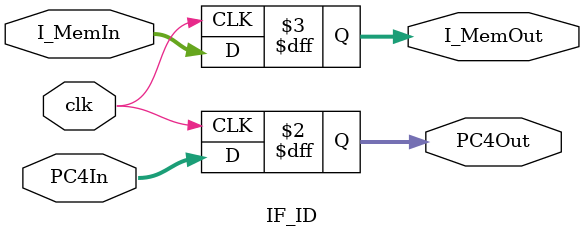
<source format=v>
`timescale 1ns / 1ps

module IF_ID (clk, PC4In, I_MemIn, PC4Out, I_MemOut);

input clk;
input [31:0] PC4In;
input [31:0] I_MemIn;
output reg [31:0] PC4Out;
output reg [31:0] I_MemOut;

always@(posedge clk) begin
	PC4Out = PC4In;
	I_MemOut = I_MemIn;
end

endmodule
</source>
